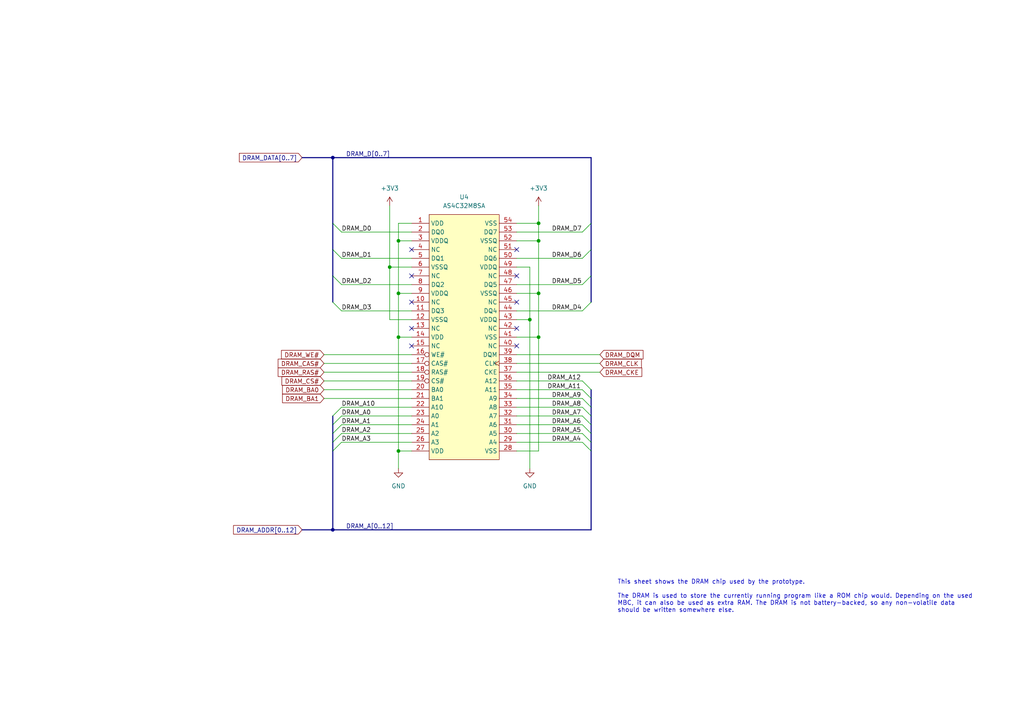
<source format=kicad_sch>
(kicad_sch (version 20211123) (generator eeschema)

  (uuid 4f6560d1-6240-4a4e-9298-692f5b8380c3)

  (paper "A4")

  (title_block
    (title "DRAM")
  )

  (lib_symbols
    (symbol "Memory_RAM:AS4C32M8SA" (in_bom yes) (on_board yes)
      (property "Reference" "U?" (id 0) (at 10.16 3.81 0)
        (effects (font (size 1.27 1.27)))
      )
      (property "Value" "AS4C32M8SA" (id 1) (at 10.16 1.27 0)
        (effects (font (size 1.27 1.27)))
      )
      (property "Footprint" "" (id 2) (at 0 10.16 0)
        (effects (font (size 1.27 1.27)) hide)
      )
      (property "Datasheet" "https://nl.mouser.com/datasheet/2/12/AllianceMemory_256M_AS4C32M8SA-6TIN-7TCN_June2017v-1288453.pdf" (id 3) (at 0 10.16 0)
        (effects (font (size 1.27 1.27)) hide)
      )
      (symbol "AS4C32M8SA_0_1"
        (rectangle (start 0 0) (end 20.32 -71.12)
          (stroke (width 0) (type default) (color 0 0 0 0))
          (fill (type background))
        )
      )
      (symbol "AS4C32M8SA_1_1"
        (pin power_in line (at -5.08 -2.54 0) (length 5.08)
          (name "VDD" (effects (font (size 1.27 1.27))))
          (number "1" (effects (font (size 1.27 1.27))))
        )
        (pin free line (at -5.08 -25.4 0) (length 5.08)
          (name "NC" (effects (font (size 1.27 1.27))))
          (number "10" (effects (font (size 1.27 1.27))))
        )
        (pin bidirectional line (at -5.08 -27.94 0) (length 5.08)
          (name "DQ3" (effects (font (size 1.27 1.27))))
          (number "11" (effects (font (size 1.27 1.27))))
        )
        (pin power_in line (at -5.08 -30.48 0) (length 5.08)
          (name "VSSQ" (effects (font (size 1.27 1.27))))
          (number "12" (effects (font (size 1.27 1.27))))
        )
        (pin free line (at -5.08 -33.02 0) (length 5.08)
          (name "NC" (effects (font (size 1.27 1.27))))
          (number "13" (effects (font (size 1.27 1.27))))
        )
        (pin power_in line (at -5.08 -35.56 0) (length 5.08)
          (name "VDD" (effects (font (size 1.27 1.27))))
          (number "14" (effects (font (size 1.27 1.27))))
        )
        (pin free line (at -5.08 -38.1 0) (length 5.08)
          (name "NC" (effects (font (size 1.27 1.27))))
          (number "15" (effects (font (size 1.27 1.27))))
        )
        (pin input inverted (at -5.08 -40.64 0) (length 5.08)
          (name "WE#" (effects (font (size 1.27 1.27))))
          (number "16" (effects (font (size 1.27 1.27))))
        )
        (pin input inverted (at -5.08 -43.18 0) (length 5.08)
          (name "CAS#" (effects (font (size 1.27 1.27))))
          (number "17" (effects (font (size 1.27 1.27))))
        )
        (pin input inverted (at -5.08 -45.72 0) (length 5.08)
          (name "RAS#" (effects (font (size 1.27 1.27))))
          (number "18" (effects (font (size 1.27 1.27))))
        )
        (pin input inverted (at -5.08 -48.26 0) (length 5.08)
          (name "CS#" (effects (font (size 1.27 1.27))))
          (number "19" (effects (font (size 1.27 1.27))))
        )
        (pin bidirectional line (at -5.08 -5.08 0) (length 5.08)
          (name "DQ0" (effects (font (size 1.27 1.27))))
          (number "2" (effects (font (size 1.27 1.27))))
        )
        (pin input line (at -5.08 -50.8 0) (length 5.08)
          (name "BA0" (effects (font (size 1.27 1.27))))
          (number "20" (effects (font (size 1.27 1.27))))
        )
        (pin input line (at -5.08 -53.34 0) (length 5.08)
          (name "BA1" (effects (font (size 1.27 1.27))))
          (number "21" (effects (font (size 1.27 1.27))))
        )
        (pin input line (at -5.08 -55.88 0) (length 5.08)
          (name "A10" (effects (font (size 1.27 1.27))))
          (number "22" (effects (font (size 1.27 1.27))))
        )
        (pin input line (at -5.08 -58.42 0) (length 5.08)
          (name "A0" (effects (font (size 1.27 1.27))))
          (number "23" (effects (font (size 1.27 1.27))))
        )
        (pin input line (at -5.08 -60.96 0) (length 5.08)
          (name "A1" (effects (font (size 1.27 1.27))))
          (number "24" (effects (font (size 1.27 1.27))))
        )
        (pin input line (at -5.08 -63.5 0) (length 5.08)
          (name "A2" (effects (font (size 1.27 1.27))))
          (number "25" (effects (font (size 1.27 1.27))))
        )
        (pin input line (at -5.08 -66.04 0) (length 5.08)
          (name "A3" (effects (font (size 1.27 1.27))))
          (number "26" (effects (font (size 1.27 1.27))))
        )
        (pin power_in line (at -5.08 -68.58 0) (length 5.08)
          (name "VDD" (effects (font (size 1.27 1.27))))
          (number "27" (effects (font (size 1.27 1.27))))
        )
        (pin power_in line (at 25.4 -68.58 180) (length 5.08)
          (name "VSS" (effects (font (size 1.27 1.27))))
          (number "28" (effects (font (size 1.27 1.27))))
        )
        (pin input line (at 25.4 -66.04 180) (length 5.08)
          (name "A4" (effects (font (size 1.27 1.27))))
          (number "29" (effects (font (size 1.27 1.27))))
        )
        (pin power_in line (at -5.08 -7.62 0) (length 5.08)
          (name "VDDQ" (effects (font (size 1.27 1.27))))
          (number "3" (effects (font (size 1.27 1.27))))
        )
        (pin input line (at 25.4 -63.5 180) (length 5.08)
          (name "A5" (effects (font (size 1.27 1.27))))
          (number "30" (effects (font (size 1.27 1.27))))
        )
        (pin input line (at 25.4 -60.96 180) (length 5.08)
          (name "A6" (effects (font (size 1.27 1.27))))
          (number "31" (effects (font (size 1.27 1.27))))
        )
        (pin input line (at 25.4 -58.42 180) (length 5.08)
          (name "A7" (effects (font (size 1.27 1.27))))
          (number "32" (effects (font (size 1.27 1.27))))
        )
        (pin input line (at 25.4 -55.88 180) (length 5.08)
          (name "A8" (effects (font (size 1.27 1.27))))
          (number "33" (effects (font (size 1.27 1.27))))
        )
        (pin input line (at 25.4 -53.34 180) (length 5.08)
          (name "A9" (effects (font (size 1.27 1.27))))
          (number "34" (effects (font (size 1.27 1.27))))
        )
        (pin input line (at 25.4 -50.8 180) (length 5.08)
          (name "A11" (effects (font (size 1.27 1.27))))
          (number "35" (effects (font (size 1.27 1.27))))
        )
        (pin input line (at 25.4 -48.26 180) (length 5.08)
          (name "A12" (effects (font (size 1.27 1.27))))
          (number "36" (effects (font (size 1.27 1.27))))
        )
        (pin input line (at 25.4 -45.72 180) (length 5.08)
          (name "CKE" (effects (font (size 1.27 1.27))))
          (number "37" (effects (font (size 1.27 1.27))))
        )
        (pin input clock (at 25.4 -43.18 180) (length 5.08)
          (name "CLK" (effects (font (size 1.27 1.27))))
          (number "38" (effects (font (size 1.27 1.27))))
        )
        (pin input line (at 25.4 -40.64 180) (length 5.08)
          (name "DQM" (effects (font (size 1.27 1.27))))
          (number "39" (effects (font (size 1.27 1.27))))
        )
        (pin free line (at -5.08 -10.16 0) (length 5.08)
          (name "NC" (effects (font (size 1.27 1.27))))
          (number "4" (effects (font (size 1.27 1.27))))
        )
        (pin free line (at 25.4 -38.1 180) (length 5.08)
          (name "NC" (effects (font (size 1.27 1.27))))
          (number "40" (effects (font (size 1.27 1.27))))
        )
        (pin power_in line (at 25.4 -35.56 180) (length 5.08)
          (name "VSS" (effects (font (size 1.27 1.27))))
          (number "41" (effects (font (size 1.27 1.27))))
        )
        (pin free line (at 25.4 -33.02 180) (length 5.08)
          (name "NC" (effects (font (size 1.27 1.27))))
          (number "42" (effects (font (size 1.27 1.27))))
        )
        (pin power_in line (at 25.4 -30.48 180) (length 5.08)
          (name "VDDQ" (effects (font (size 1.27 1.27))))
          (number "43" (effects (font (size 1.27 1.27))))
        )
        (pin bidirectional line (at 25.4 -27.94 180) (length 5.08)
          (name "DQ4" (effects (font (size 1.27 1.27))))
          (number "44" (effects (font (size 1.27 1.27))))
        )
        (pin free line (at 25.4 -25.4 180) (length 5.08)
          (name "NC" (effects (font (size 1.27 1.27))))
          (number "45" (effects (font (size 1.27 1.27))))
        )
        (pin power_in line (at 25.4 -22.86 180) (length 5.08)
          (name "VSSQ" (effects (font (size 1.27 1.27))))
          (number "46" (effects (font (size 1.27 1.27))))
        )
        (pin bidirectional line (at 25.4 -20.32 180) (length 5.08)
          (name "DQ5" (effects (font (size 1.27 1.27))))
          (number "47" (effects (font (size 1.27 1.27))))
        )
        (pin free line (at 25.4 -17.78 180) (length 5.08)
          (name "NC" (effects (font (size 1.27 1.27))))
          (number "48" (effects (font (size 1.27 1.27))))
        )
        (pin power_in line (at 25.4 -15.24 180) (length 5.08)
          (name "VDDQ" (effects (font (size 1.27 1.27))))
          (number "49" (effects (font (size 1.27 1.27))))
        )
        (pin bidirectional line (at -5.08 -12.7 0) (length 5.08)
          (name "DQ1" (effects (font (size 1.27 1.27))))
          (number "5" (effects (font (size 1.27 1.27))))
        )
        (pin bidirectional line (at 25.4 -12.7 180) (length 5.08)
          (name "DQ6" (effects (font (size 1.27 1.27))))
          (number "50" (effects (font (size 1.27 1.27))))
        )
        (pin free line (at 25.4 -10.16 180) (length 5.08)
          (name "NC" (effects (font (size 1.27 1.27))))
          (number "51" (effects (font (size 1.27 1.27))))
        )
        (pin power_in line (at 25.4 -7.62 180) (length 5.08)
          (name "VSSQ" (effects (font (size 1.27 1.27))))
          (number "52" (effects (font (size 1.27 1.27))))
        )
        (pin bidirectional line (at 25.4 -5.08 180) (length 5.08)
          (name "DQ7" (effects (font (size 1.27 1.27))))
          (number "53" (effects (font (size 1.27 1.27))))
        )
        (pin power_in line (at 25.4 -2.54 180) (length 5.08)
          (name "VSS" (effects (font (size 1.27 1.27))))
          (number "54" (effects (font (size 1.27 1.27))))
        )
        (pin power_in line (at -5.08 -15.24 0) (length 5.08)
          (name "VSSQ" (effects (font (size 1.27 1.27))))
          (number "6" (effects (font (size 1.27 1.27))))
        )
        (pin free line (at -5.08 -17.78 0) (length 5.08)
          (name "NC" (effects (font (size 1.27 1.27))))
          (number "7" (effects (font (size 1.27 1.27))))
        )
        (pin bidirectional line (at -5.08 -20.32 0) (length 5.08)
          (name "DQ2" (effects (font (size 1.27 1.27))))
          (number "8" (effects (font (size 1.27 1.27))))
        )
        (pin power_in line (at -5.08 -22.86 0) (length 5.08)
          (name "VDDQ" (effects (font (size 1.27 1.27))))
          (number "9" (effects (font (size 1.27 1.27))))
        )
      )
    )
    (symbol "power:+3V3" (power) (pin_names (offset 0)) (in_bom yes) (on_board yes)
      (property "Reference" "#PWR" (id 0) (at 0 -3.81 0)
        (effects (font (size 1.27 1.27)) hide)
      )
      (property "Value" "+3V3" (id 1) (at 0 3.556 0)
        (effects (font (size 1.27 1.27)))
      )
      (property "Footprint" "" (id 2) (at 0 0 0)
        (effects (font (size 1.27 1.27)) hide)
      )
      (property "Datasheet" "" (id 3) (at 0 0 0)
        (effects (font (size 1.27 1.27)) hide)
      )
      (property "ki_keywords" "power-flag" (id 4) (at 0 0 0)
        (effects (font (size 1.27 1.27)) hide)
      )
      (property "ki_description" "Power symbol creates a global label with name \"+3V3\"" (id 5) (at 0 0 0)
        (effects (font (size 1.27 1.27)) hide)
      )
      (symbol "+3V3_0_1"
        (polyline
          (pts
            (xy -0.762 1.27)
            (xy 0 2.54)
          )
          (stroke (width 0) (type default) (color 0 0 0 0))
          (fill (type none))
        )
        (polyline
          (pts
            (xy 0 0)
            (xy 0 2.54)
          )
          (stroke (width 0) (type default) (color 0 0 0 0))
          (fill (type none))
        )
        (polyline
          (pts
            (xy 0 2.54)
            (xy 0.762 1.27)
          )
          (stroke (width 0) (type default) (color 0 0 0 0))
          (fill (type none))
        )
      )
      (symbol "+3V3_1_1"
        (pin power_in line (at 0 0 90) (length 0) hide
          (name "+3V3" (effects (font (size 1.27 1.27))))
          (number "1" (effects (font (size 1.27 1.27))))
        )
      )
    )
    (symbol "power:GND" (power) (pin_names (offset 0)) (in_bom yes) (on_board yes)
      (property "Reference" "#PWR" (id 0) (at 0 -6.35 0)
        (effects (font (size 1.27 1.27)) hide)
      )
      (property "Value" "GND" (id 1) (at 0 -3.81 0)
        (effects (font (size 1.27 1.27)))
      )
      (property "Footprint" "" (id 2) (at 0 0 0)
        (effects (font (size 1.27 1.27)) hide)
      )
      (property "Datasheet" "" (id 3) (at 0 0 0)
        (effects (font (size 1.27 1.27)) hide)
      )
      (property "ki_keywords" "power-flag" (id 4) (at 0 0 0)
        (effects (font (size 1.27 1.27)) hide)
      )
      (property "ki_description" "Power symbol creates a global label with name \"GND\" , ground" (id 5) (at 0 0 0)
        (effects (font (size 1.27 1.27)) hide)
      )
      (symbol "GND_0_1"
        (polyline
          (pts
            (xy 0 0)
            (xy 0 -1.27)
            (xy 1.27 -1.27)
            (xy 0 -2.54)
            (xy -1.27 -1.27)
            (xy 0 -1.27)
          )
          (stroke (width 0) (type default) (color 0 0 0 0))
          (fill (type none))
        )
      )
      (symbol "GND_1_1"
        (pin power_in line (at 0 0 270) (length 0) hide
          (name "GND" (effects (font (size 1.27 1.27))))
          (number "1" (effects (font (size 1.27 1.27))))
        )
      )
    )
  )

  (junction (at 96.52 153.67) (diameter 0) (color 0 0 0 0)
    (uuid 088fc895-4c8b-428a-9239-792e98a96b57)
  )
  (junction (at 113.03 77.47) (diameter 0) (color 0 0 0 0)
    (uuid 0f9a1432-0f84-44d6-b78f-b4dba018043b)
  )
  (junction (at 115.57 69.85) (diameter 0) (color 0 0 0 0)
    (uuid 3c4f94fb-a43e-4383-9bfc-3e7bd6a17103)
  )
  (junction (at 156.21 85.09) (diameter 0) (color 0 0 0 0)
    (uuid 70414658-c2ae-4d63-8d58-9720c0a3e2f5)
  )
  (junction (at 96.52 45.72) (diameter 0) (color 0 0 0 0)
    (uuid 90b8d7a2-aaf4-4ae0-b1c8-7460c9913f5a)
  )
  (junction (at 115.57 130.81) (diameter 0) (color 0 0 0 0)
    (uuid ae7e768f-5fe4-4406-a683-8d0ed5da5801)
  )
  (junction (at 115.57 85.09) (diameter 0) (color 0 0 0 0)
    (uuid b8c26ade-4508-445b-b474-725578ee2469)
  )
  (junction (at 115.57 97.79) (diameter 0) (color 0 0 0 0)
    (uuid d550e35a-4316-4854-a847-b75430b70992)
  )
  (junction (at 156.21 97.79) (diameter 0) (color 0 0 0 0)
    (uuid e7a12185-bf60-4c9f-97e1-322733ef525b)
  )
  (junction (at 156.21 64.77) (diameter 0) (color 0 0 0 0)
    (uuid ea876072-0328-47b6-80c4-61a67a8825fc)
  )
  (junction (at 153.67 92.71) (diameter 0) (color 0 0 0 0)
    (uuid ed41ea06-3f94-44e1-8fa8-412a58826f76)
  )
  (junction (at 156.21 69.85) (diameter 0) (color 0 0 0 0)
    (uuid ef544411-a9c6-497f-b2e2-67d7a23a1e17)
  )

  (no_connect (at 119.38 87.63) (uuid 314c5d09-7274-4d43-b9f0-069ed6f8d5de))
  (no_connect (at 119.38 95.25) (uuid 314c5d09-7274-4d43-b9f0-069ed6f8d5df))
  (no_connect (at 119.38 100.33) (uuid 314c5d09-7274-4d43-b9f0-069ed6f8d5e0))
  (no_connect (at 149.86 100.33) (uuid 314c5d09-7274-4d43-b9f0-069ed6f8d5e1))
  (no_connect (at 149.86 95.25) (uuid 314c5d09-7274-4d43-b9f0-069ed6f8d5e2))
  (no_connect (at 149.86 87.63) (uuid 314c5d09-7274-4d43-b9f0-069ed6f8d5e3))
  (no_connect (at 149.86 80.01) (uuid 314c5d09-7274-4d43-b9f0-069ed6f8d5e4))
  (no_connect (at 149.86 72.39) (uuid 314c5d09-7274-4d43-b9f0-069ed6f8d5e5))
  (no_connect (at 119.38 72.39) (uuid 314c5d09-7274-4d43-b9f0-069ed6f8d5e6))
  (no_connect (at 119.38 80.01) (uuid 314c5d09-7274-4d43-b9f0-069ed6f8d5e7))

  (bus_entry (at 99.06 90.17) (size -2.54 -2.54)
    (stroke (width 0) (type default) (color 0 0 0 0))
    (uuid a49650a1-beb5-4a79-848a-95ef8b0a5393)
  )
  (bus_entry (at 168.91 74.93) (size 2.54 -2.54)
    (stroke (width 0) (type default) (color 0 0 0 0))
    (uuid a49650a1-beb5-4a79-848a-95ef8b0a5394)
  )
  (bus_entry (at 168.91 67.31) (size 2.54 -2.54)
    (stroke (width 0) (type default) (color 0 0 0 0))
    (uuid a49650a1-beb5-4a79-848a-95ef8b0a5395)
  )
  (bus_entry (at 168.91 90.17) (size 2.54 -2.54)
    (stroke (width 0) (type default) (color 0 0 0 0))
    (uuid a49650a1-beb5-4a79-848a-95ef8b0a5396)
  )
  (bus_entry (at 168.91 82.55) (size 2.54 -2.54)
    (stroke (width 0) (type default) (color 0 0 0 0))
    (uuid a49650a1-beb5-4a79-848a-95ef8b0a5397)
  )
  (bus_entry (at 99.06 74.93) (size -2.54 -2.54)
    (stroke (width 0) (type default) (color 0 0 0 0))
    (uuid a49650a1-beb5-4a79-848a-95ef8b0a5398)
  )
  (bus_entry (at 99.06 82.55) (size -2.54 -2.54)
    (stroke (width 0) (type default) (color 0 0 0 0))
    (uuid a49650a1-beb5-4a79-848a-95ef8b0a5399)
  )
  (bus_entry (at 99.06 67.31) (size -2.54 -2.54)
    (stroke (width 0) (type default) (color 0 0 0 0))
    (uuid a49650a1-beb5-4a79-848a-95ef8b0a539a)
  )
  (bus_entry (at 99.06 125.73) (size -2.54 2.54)
    (stroke (width 0) (type default) (color 0 0 0 0))
    (uuid bd268b47-dcc4-4520-a0c2-8da3dc25db6c)
  )
  (bus_entry (at 99.06 118.11) (size -2.54 2.54)
    (stroke (width 0) (type default) (color 0 0 0 0))
    (uuid bd268b47-dcc4-4520-a0c2-8da3dc25db6d)
  )
  (bus_entry (at 99.06 120.65) (size -2.54 2.54)
    (stroke (width 0) (type default) (color 0 0 0 0))
    (uuid bd268b47-dcc4-4520-a0c2-8da3dc25db6e)
  )
  (bus_entry (at 99.06 123.19) (size -2.54 2.54)
    (stroke (width 0) (type default) (color 0 0 0 0))
    (uuid bd268b47-dcc4-4520-a0c2-8da3dc25db6f)
  )
  (bus_entry (at 99.06 128.27) (size -2.54 2.54)
    (stroke (width 0) (type default) (color 0 0 0 0))
    (uuid bd268b47-dcc4-4520-a0c2-8da3dc25db70)
  )
  (bus_entry (at 168.91 110.49) (size 2.54 2.54)
    (stroke (width 0) (type default) (color 0 0 0 0))
    (uuid bd268b47-dcc4-4520-a0c2-8da3dc25db71)
  )
  (bus_entry (at 168.91 120.65) (size 2.54 2.54)
    (stroke (width 0) (type default) (color 0 0 0 0))
    (uuid bd268b47-dcc4-4520-a0c2-8da3dc25db72)
  )
  (bus_entry (at 168.91 118.11) (size 2.54 2.54)
    (stroke (width 0) (type default) (color 0 0 0 0))
    (uuid bd268b47-dcc4-4520-a0c2-8da3dc25db73)
  )
  (bus_entry (at 168.91 128.27) (size 2.54 2.54)
    (stroke (width 0) (type default) (color 0 0 0 0))
    (uuid bd268b47-dcc4-4520-a0c2-8da3dc25db74)
  )
  (bus_entry (at 168.91 125.73) (size 2.54 2.54)
    (stroke (width 0) (type default) (color 0 0 0 0))
    (uuid bd268b47-dcc4-4520-a0c2-8da3dc25db75)
  )
  (bus_entry (at 168.91 115.57) (size 2.54 2.54)
    (stroke (width 0) (type default) (color 0 0 0 0))
    (uuid bd268b47-dcc4-4520-a0c2-8da3dc25db76)
  )
  (bus_entry (at 168.91 123.19) (size 2.54 2.54)
    (stroke (width 0) (type default) (color 0 0 0 0))
    (uuid bd268b47-dcc4-4520-a0c2-8da3dc25db77)
  )
  (bus_entry (at 168.91 113.03) (size 2.54 2.54)
    (stroke (width 0) (type default) (color 0 0 0 0))
    (uuid bd268b47-dcc4-4520-a0c2-8da3dc25db78)
  )

  (bus (pts (xy 171.45 123.19) (xy 171.45 125.73))
    (stroke (width 0) (type default) (color 0 0 0 0))
    (uuid 039c452d-7bca-4832-8233-3318a700580f)
  )

  (wire (pts (xy 149.86 110.49) (xy 168.91 110.49))
    (stroke (width 0) (type default) (color 0 0 0 0))
    (uuid 056304bc-2d18-4a40-af1c-7ccc02b93a01)
  )
  (wire (pts (xy 156.21 69.85) (xy 156.21 64.77))
    (stroke (width 0) (type default) (color 0 0 0 0))
    (uuid 060010f1-a6ce-4939-8e36-eed9674f04b0)
  )
  (bus (pts (xy 171.45 128.27) (xy 171.45 130.81))
    (stroke (width 0) (type default) (color 0 0 0 0))
    (uuid 0e3abc32-2d14-42e4-857f-ef53114bfb27)
  )

  (wire (pts (xy 156.21 69.85) (xy 156.21 85.09))
    (stroke (width 0) (type default) (color 0 0 0 0))
    (uuid 12fc6c94-244e-4309-a658-ac1a16ed1c37)
  )
  (wire (pts (xy 93.98 107.95) (xy 119.38 107.95))
    (stroke (width 0) (type default) (color 0 0 0 0))
    (uuid 1750af79-62f9-4cb8-8e1b-7892d9093931)
  )
  (bus (pts (xy 96.52 153.67) (xy 87.63 153.67))
    (stroke (width 0) (type default) (color 0 0 0 0))
    (uuid 19702f96-9d96-408f-988b-74bcf3be883c)
  )

  (wire (pts (xy 115.57 97.79) (xy 119.38 97.79))
    (stroke (width 0) (type default) (color 0 0 0 0))
    (uuid 1b61438c-6744-49b4-912b-18dbb5789804)
  )
  (wire (pts (xy 99.06 118.11) (xy 119.38 118.11))
    (stroke (width 0) (type default) (color 0 0 0 0))
    (uuid 1edf7028-7208-413b-936a-b397ba2aa566)
  )
  (bus (pts (xy 171.45 80.01) (xy 171.45 72.39))
    (stroke (width 0) (type default) (color 0 0 0 0))
    (uuid 31684901-e867-4cb1-bf1c-de349d6ebc22)
  )
  (bus (pts (xy 96.52 45.72) (xy 171.45 45.72))
    (stroke (width 0) (type default) (color 0 0 0 0))
    (uuid 325703ee-b25f-42e3-9d84-42b0ee0366c6)
  )
  (bus (pts (xy 171.45 87.63) (xy 171.45 80.01))
    (stroke (width 0) (type default) (color 0 0 0 0))
    (uuid 32e7de03-245b-41b5-9357-34394daf4c64)
  )

  (wire (pts (xy 113.03 77.47) (xy 119.38 77.47))
    (stroke (width 0) (type default) (color 0 0 0 0))
    (uuid 481b6e05-92e2-432c-bea9-8d9650908098)
  )
  (wire (pts (xy 149.86 77.47) (xy 153.67 77.47))
    (stroke (width 0) (type default) (color 0 0 0 0))
    (uuid 48bd8dcd-3f3a-47b9-ab26-8928ecf740c5)
  )
  (bus (pts (xy 96.52 125.73) (xy 96.52 128.27))
    (stroke (width 0) (type default) (color 0 0 0 0))
    (uuid 515b0763-6f12-4948-9e3b-8133b41330ec)
  )

  (wire (pts (xy 113.03 77.47) (xy 113.03 59.69))
    (stroke (width 0) (type default) (color 0 0 0 0))
    (uuid 520d76de-a95d-4eb0-ac3f-ca33524f0bd9)
  )
  (bus (pts (xy 171.45 120.65) (xy 171.45 123.19))
    (stroke (width 0) (type default) (color 0 0 0 0))
    (uuid 5487ccfe-ff9e-42ec-be2c-51ec1e7a71b3)
  )

  (wire (pts (xy 99.06 128.27) (xy 119.38 128.27))
    (stroke (width 0) (type default) (color 0 0 0 0))
    (uuid 548921a2-0d20-4738-8f8a-47669ba92295)
  )
  (bus (pts (xy 171.45 153.67) (xy 96.52 153.67))
    (stroke (width 0) (type default) (color 0 0 0 0))
    (uuid 55d83675-e319-42b5-b6ca-4555a06fe761)
  )
  (bus (pts (xy 96.52 120.65) (xy 96.52 123.19))
    (stroke (width 0) (type default) (color 0 0 0 0))
    (uuid 65103362-0761-4e43-a302-6104fbfc5eaf)
  )

  (wire (pts (xy 153.67 77.47) (xy 153.67 92.71))
    (stroke (width 0) (type default) (color 0 0 0 0))
    (uuid 654305f5-36a6-4925-a945-df395930c601)
  )
  (wire (pts (xy 115.57 130.81) (xy 115.57 135.89))
    (stroke (width 0) (type default) (color 0 0 0 0))
    (uuid 6b2131c2-e42e-4e7a-9f2b-085ef0f4f748)
  )
  (wire (pts (xy 149.86 120.65) (xy 168.91 120.65))
    (stroke (width 0) (type default) (color 0 0 0 0))
    (uuid 6bda8811-e924-4891-b51a-60b69d98c369)
  )
  (wire (pts (xy 149.86 102.87) (xy 173.99 102.87))
    (stroke (width 0) (type default) (color 0 0 0 0))
    (uuid 71cee29a-466c-463e-b2f4-548a95c0066f)
  )
  (bus (pts (xy 96.52 87.63) (xy 96.52 80.01))
    (stroke (width 0) (type default) (color 0 0 0 0))
    (uuid 747c390d-8efd-4b33-a085-2ee8626ad36e)
  )

  (wire (pts (xy 93.98 113.03) (xy 119.38 113.03))
    (stroke (width 0) (type default) (color 0 0 0 0))
    (uuid 750fd018-c1db-43dd-8ba8-2d53a0d4e609)
  )
  (bus (pts (xy 96.52 72.39) (xy 96.52 64.77))
    (stroke (width 0) (type default) (color 0 0 0 0))
    (uuid 777f94e6-5ac9-408a-89a2-8d2b176b2e72)
  )

  (wire (pts (xy 99.06 74.93) (xy 119.38 74.93))
    (stroke (width 0) (type default) (color 0 0 0 0))
    (uuid 7c26005b-c33f-4608-8446-7530e0ac78b2)
  )
  (wire (pts (xy 115.57 69.85) (xy 119.38 69.85))
    (stroke (width 0) (type default) (color 0 0 0 0))
    (uuid 7eb271ca-ee15-4d29-88f8-5a39df002d24)
  )
  (wire (pts (xy 153.67 92.71) (xy 153.67 135.89))
    (stroke (width 0) (type default) (color 0 0 0 0))
    (uuid 7ed5655a-9984-469f-a8b1-cb32482d1a94)
  )
  (wire (pts (xy 149.86 69.85) (xy 156.21 69.85))
    (stroke (width 0) (type default) (color 0 0 0 0))
    (uuid 7fa719d5-4265-4d0e-bab9-a8d203e6eeda)
  )
  (wire (pts (xy 149.86 128.27) (xy 168.91 128.27))
    (stroke (width 0) (type default) (color 0 0 0 0))
    (uuid 803bb510-ae04-4c30-a160-cf94560bddcc)
  )
  (wire (pts (xy 149.86 130.81) (xy 156.21 130.81))
    (stroke (width 0) (type default) (color 0 0 0 0))
    (uuid 88951d72-625c-4b95-8c7b-91f65a91386b)
  )
  (wire (pts (xy 99.06 90.17) (xy 119.38 90.17))
    (stroke (width 0) (type default) (color 0 0 0 0))
    (uuid 8cd2c63d-de37-419f-8b19-b8659808020b)
  )
  (wire (pts (xy 115.57 97.79) (xy 115.57 130.81))
    (stroke (width 0) (type default) (color 0 0 0 0))
    (uuid 8d29ceef-c9b9-466b-b6f9-4f8bddefd5d2)
  )
  (wire (pts (xy 115.57 69.85) (xy 115.57 85.09))
    (stroke (width 0) (type default) (color 0 0 0 0))
    (uuid 8deb7a34-15c3-4920-9261-605f9c0e2b24)
  )
  (wire (pts (xy 119.38 130.81) (xy 115.57 130.81))
    (stroke (width 0) (type default) (color 0 0 0 0))
    (uuid 9462db51-2998-4273-8748-e729cd7af487)
  )
  (wire (pts (xy 99.06 67.31) (xy 119.38 67.31))
    (stroke (width 0) (type default) (color 0 0 0 0))
    (uuid 95efe53a-0e61-413b-bf34-aa7232e30870)
  )
  (wire (pts (xy 149.86 85.09) (xy 156.21 85.09))
    (stroke (width 0) (type default) (color 0 0 0 0))
    (uuid 961fc861-70f6-4988-84dc-64d085ac976e)
  )
  (wire (pts (xy 156.21 64.77) (xy 156.21 59.69))
    (stroke (width 0) (type default) (color 0 0 0 0))
    (uuid 9959e1a0-fc01-4487-b976-9fc63650deaa)
  )
  (bus (pts (xy 87.63 45.72) (xy 96.52 45.72))
    (stroke (width 0) (type default) (color 0 0 0 0))
    (uuid 9bd199e6-bdc4-4884-9655-765abb687033)
  )
  (bus (pts (xy 171.45 115.57) (xy 171.45 118.11))
    (stroke (width 0) (type default) (color 0 0 0 0))
    (uuid a07d9382-ceb8-4609-899b-603fd4cab096)
  )

  (wire (pts (xy 99.06 125.73) (xy 119.38 125.73))
    (stroke (width 0) (type default) (color 0 0 0 0))
    (uuid a0ee2884-51a1-48ba-915c-00af027e91c6)
  )
  (wire (pts (xy 99.06 123.19) (xy 119.38 123.19))
    (stroke (width 0) (type default) (color 0 0 0 0))
    (uuid a2114fb9-71b1-42a8-87a3-ad5354457026)
  )
  (wire (pts (xy 149.86 82.55) (xy 168.91 82.55))
    (stroke (width 0) (type default) (color 0 0 0 0))
    (uuid a3f1a570-c24b-4c92-91f5-a3db29ff0d42)
  )
  (bus (pts (xy 96.52 80.01) (xy 96.52 72.39))
    (stroke (width 0) (type default) (color 0 0 0 0))
    (uuid a57f9d22-a545-4f00-894e-18000aef4f7f)
  )

  (wire (pts (xy 115.57 85.09) (xy 115.57 97.79))
    (stroke (width 0) (type default) (color 0 0 0 0))
    (uuid a984040e-0554-41b6-bb51-54845d02845f)
  )
  (wire (pts (xy 119.38 64.77) (xy 115.57 64.77))
    (stroke (width 0) (type default) (color 0 0 0 0))
    (uuid a9ccb533-f004-4f0e-85b6-fc4a979f28e1)
  )
  (wire (pts (xy 149.86 97.79) (xy 156.21 97.79))
    (stroke (width 0) (type default) (color 0 0 0 0))
    (uuid aa250456-f5c9-43d9-bca6-340832834554)
  )
  (bus (pts (xy 171.45 113.03) (xy 171.45 115.57))
    (stroke (width 0) (type default) (color 0 0 0 0))
    (uuid aa76c3ef-d2dc-4693-91be-51c32884f589)
  )

  (wire (pts (xy 149.86 64.77) (xy 156.21 64.77))
    (stroke (width 0) (type default) (color 0 0 0 0))
    (uuid afbd8f2a-9d5f-4785-9e4d-8d962832b4f3)
  )
  (bus (pts (xy 96.52 64.77) (xy 96.52 45.72))
    (stroke (width 0) (type default) (color 0 0 0 0))
    (uuid b1bc8809-bc31-447c-859b-e78df136ada9)
  )

  (wire (pts (xy 149.86 90.17) (xy 168.91 90.17))
    (stroke (width 0) (type default) (color 0 0 0 0))
    (uuid b5be3fb3-e9a3-437a-b8d4-2ead3475f566)
  )
  (wire (pts (xy 149.86 123.19) (xy 168.91 123.19))
    (stroke (width 0) (type default) (color 0 0 0 0))
    (uuid b9b31394-2534-4bb1-824d-5bf46bcccc99)
  )
  (wire (pts (xy 93.98 110.49) (xy 119.38 110.49))
    (stroke (width 0) (type default) (color 0 0 0 0))
    (uuid baa49600-4344-4941-8f42-cf77100138a5)
  )
  (wire (pts (xy 149.86 92.71) (xy 153.67 92.71))
    (stroke (width 0) (type default) (color 0 0 0 0))
    (uuid be2f28c4-f60a-43f3-83d2-b4d1768c640f)
  )
  (wire (pts (xy 115.57 64.77) (xy 115.57 69.85))
    (stroke (width 0) (type default) (color 0 0 0 0))
    (uuid c04d29c9-9373-4fe9-9914-ea5ee695209b)
  )
  (bus (pts (xy 96.52 130.81) (xy 96.52 153.67))
    (stroke (width 0) (type default) (color 0 0 0 0))
    (uuid c125d8d1-cfb0-44b0-871f-4958e81127aa)
  )

  (wire (pts (xy 93.98 115.57) (xy 119.38 115.57))
    (stroke (width 0) (type default) (color 0 0 0 0))
    (uuid c38ed4a8-de7c-4d89-98d6-f7d9e46b2059)
  )
  (wire (pts (xy 149.86 105.41) (xy 173.99 105.41))
    (stroke (width 0) (type default) (color 0 0 0 0))
    (uuid c672bd6b-7064-4c08-8ee7-ef89fb4369aa)
  )
  (wire (pts (xy 149.86 125.73) (xy 168.91 125.73))
    (stroke (width 0) (type default) (color 0 0 0 0))
    (uuid c81f64a1-3df6-42a6-9b6c-16caeb45424c)
  )
  (wire (pts (xy 149.86 115.57) (xy 168.91 115.57))
    (stroke (width 0) (type default) (color 0 0 0 0))
    (uuid cc74c8ec-f792-4a54-ae00-a2e41d80da02)
  )
  (bus (pts (xy 96.52 123.19) (xy 96.52 125.73))
    (stroke (width 0) (type default) (color 0 0 0 0))
    (uuid d11483ef-28dc-4fe6-aac6-a175653d99bb)
  )

  (wire (pts (xy 93.98 102.87) (xy 119.38 102.87))
    (stroke (width 0) (type default) (color 0 0 0 0))
    (uuid d46056c2-4aba-45d3-ab92-4b47118f3fe5)
  )
  (bus (pts (xy 171.45 72.39) (xy 171.45 64.77))
    (stroke (width 0) (type default) (color 0 0 0 0))
    (uuid d553c862-03d8-42e2-a400-32b5f2ff5e0e)
  )

  (wire (pts (xy 149.86 107.95) (xy 173.99 107.95))
    (stroke (width 0) (type default) (color 0 0 0 0))
    (uuid daaa8b62-310b-493a-9e7c-2eed5b76ca5a)
  )
  (bus (pts (xy 171.45 130.81) (xy 171.45 153.67))
    (stroke (width 0) (type default) (color 0 0 0 0))
    (uuid dcaa2805-7e66-4d32-a7df-c99e4c496f0c)
  )

  (wire (pts (xy 93.98 105.41) (xy 119.38 105.41))
    (stroke (width 0) (type default) (color 0 0 0 0))
    (uuid dccfc776-bd25-478f-b1df-04f698eadcc9)
  )
  (wire (pts (xy 99.06 120.65) (xy 119.38 120.65))
    (stroke (width 0) (type default) (color 0 0 0 0))
    (uuid e10e7fb7-c5fe-4b29-b8df-fa994e163c8b)
  )
  (wire (pts (xy 149.86 118.11) (xy 168.91 118.11))
    (stroke (width 0) (type default) (color 0 0 0 0))
    (uuid e208f2cb-b059-4c6d-9bb4-e4d5f7f4f9fb)
  )
  (wire (pts (xy 99.06 82.55) (xy 119.38 82.55))
    (stroke (width 0) (type default) (color 0 0 0 0))
    (uuid e2251919-9834-44fa-b7d2-4c82978cdb2a)
  )
  (bus (pts (xy 171.45 64.77) (xy 171.45 45.72))
    (stroke (width 0) (type default) (color 0 0 0 0))
    (uuid e4e9fda1-5869-4db3-9bf8-9ca5008a2291)
  )

  (wire (pts (xy 149.86 67.31) (xy 168.91 67.31))
    (stroke (width 0) (type default) (color 0 0 0 0))
    (uuid eaf784bb-9b08-4fd0-af24-78a5027895b0)
  )
  (wire (pts (xy 113.03 92.71) (xy 113.03 77.47))
    (stroke (width 0) (type default) (color 0 0 0 0))
    (uuid ecdf2c83-d1eb-44f9-b7dc-1b671dccf4fa)
  )
  (wire (pts (xy 149.86 74.93) (xy 168.91 74.93))
    (stroke (width 0) (type default) (color 0 0 0 0))
    (uuid eef66e86-2702-4d8c-9bf5-3addabdef7a2)
  )
  (wire (pts (xy 119.38 92.71) (xy 113.03 92.71))
    (stroke (width 0) (type default) (color 0 0 0 0))
    (uuid f00a6372-0ce4-4322-a799-2056dbf990df)
  )
  (bus (pts (xy 96.52 128.27) (xy 96.52 130.81))
    (stroke (width 0) (type default) (color 0 0 0 0))
    (uuid f14aeaf8-685f-4372-9d5d-12d6d2c86dbe)
  )
  (bus (pts (xy 171.45 118.11) (xy 171.45 120.65))
    (stroke (width 0) (type default) (color 0 0 0 0))
    (uuid f249e25e-0e36-4e3a-bdd4-db12d7007351)
  )

  (wire (pts (xy 156.21 85.09) (xy 156.21 97.79))
    (stroke (width 0) (type default) (color 0 0 0 0))
    (uuid f46c7a4d-ed5c-4cb4-b496-5e8cafe170a6)
  )
  (wire (pts (xy 156.21 97.79) (xy 156.21 130.81))
    (stroke (width 0) (type default) (color 0 0 0 0))
    (uuid f71d4cfa-24e5-4234-bde1-3e5252a8a568)
  )
  (bus (pts (xy 171.45 125.73) (xy 171.45 128.27))
    (stroke (width 0) (type default) (color 0 0 0 0))
    (uuid f94bc9a2-f170-461c-9a59-14c1053b1855)
  )

  (wire (pts (xy 115.57 85.09) (xy 119.38 85.09))
    (stroke (width 0) (type default) (color 0 0 0 0))
    (uuid fb62546e-5020-4e06-b740-5797d851c336)
  )
  (wire (pts (xy 149.86 113.03) (xy 168.91 113.03))
    (stroke (width 0) (type default) (color 0 0 0 0))
    (uuid ffb9dadc-ed8a-48d3-995e-ed59da0b18ff)
  )

  (text "This sheet shows the DRAM chip used by the prototype.\n\nThe DRAM is used to store the currently running program like a ROM chip would. Depending on the used\nMBC, it can also be used as extra RAM. The DRAM is not battery-backed, so any non-volatile data\nshould be written somewhere else."
    (at 179.07 177.8 0)
    (effects (font (size 1.27 1.27)) (justify left bottom))
    (uuid 8a946f0d-eacb-4a08-aedc-98283d28d828)
  )

  (label "DRAM_A0" (at 99.06 120.65 0)
    (effects (font (size 1.27 1.27)) (justify left bottom))
    (uuid 048df12a-f5e2-4971-8883-d5c000529c6c)
  )
  (label "DRAM_D5" (at 160.02 82.55 0)
    (effects (font (size 1.27 1.27)) (justify left bottom))
    (uuid 0a77be8f-af2b-4a1e-bcc2-155ae04f4662)
  )
  (label "DRAM_A5" (at 160.02 125.73 0)
    (effects (font (size 1.27 1.27)) (justify left bottom))
    (uuid 111d5b21-06a0-414c-b1f1-e6cf845ed74e)
  )
  (label "DRAM_D4" (at 160.02 90.17 0)
    (effects (font (size 1.27 1.27)) (justify left bottom))
    (uuid 1427e1e8-b45f-43b2-aaa0-36b6673775a6)
  )
  (label "DRAM_A2" (at 99.06 125.73 0)
    (effects (font (size 1.27 1.27)) (justify left bottom))
    (uuid 18ecb291-003c-441b-a5bf-8ee7b654df05)
  )
  (label "DRAM_A12" (at 158.75 110.49 0)
    (effects (font (size 1.27 1.27)) (justify left bottom))
    (uuid 216be891-4156-490a-8874-85d7a87e9b75)
  )
  (label "DRAM_D1" (at 99.06 74.93 0)
    (effects (font (size 1.27 1.27)) (justify left bottom))
    (uuid 3ce421bb-d4cf-4c0c-afbf-085395dcdd63)
  )
  (label "DRAM_A11" (at 158.75 113.03 0)
    (effects (font (size 1.27 1.27)) (justify left bottom))
    (uuid 4249ec9b-b2cb-4aea-870a-92e42275934e)
  )
  (label "DRAM_A4" (at 160.02 128.27 0)
    (effects (font (size 1.27 1.27)) (justify left bottom))
    (uuid 46aafb46-6c30-462c-aba4-4d8204cf6c0e)
  )
  (label "DRAM_D6" (at 160.02 74.93 0)
    (effects (font (size 1.27 1.27)) (justify left bottom))
    (uuid 539d5140-c4b1-4c06-9576-1d36eb59dfc1)
  )
  (label "DRAM_A9" (at 160.02 115.57 0)
    (effects (font (size 1.27 1.27)) (justify left bottom))
    (uuid 6926b69f-4d05-4ab2-9b7d-76180789ced6)
  )
  (label "DRAM_D3" (at 99.06 90.17 0)
    (effects (font (size 1.27 1.27)) (justify left bottom))
    (uuid 78c63501-0e06-4ecb-aca3-82825d4918ac)
  )
  (label "DRAM_A8" (at 160.02 118.11 0)
    (effects (font (size 1.27 1.27)) (justify left bottom))
    (uuid 9570d43a-5a92-4e80-8d21-3bc4173b1ab6)
  )
  (label "DRAM_D7" (at 160.02 67.31 0)
    (effects (font (size 1.27 1.27)) (justify left bottom))
    (uuid ae0d6763-7a05-45ce-b22f-a20ce2cda373)
  )
  (label "DRAM_D0" (at 99.06 67.31 0)
    (effects (font (size 1.27 1.27)) (justify left bottom))
    (uuid afa43a06-0a2d-49bf-acc2-e73598755dfe)
  )
  (label "DRAM_D[0..7]" (at 100.33 45.72 0)
    (effects (font (size 1.27 1.27)) (justify left bottom))
    (uuid b49dd433-e864-466b-8cd1-6701d042cbca)
  )
  (label "DRAM_A10" (at 99.06 118.11 0)
    (effects (font (size 1.27 1.27)) (justify left bottom))
    (uuid b5f77aba-eae6-443c-b703-c3f6ffa7da3b)
  )
  (label "DRAM_A1" (at 99.06 123.19 0)
    (effects (font (size 1.27 1.27)) (justify left bottom))
    (uuid b81d95c5-e465-4853-a292-a9e9b19ecf69)
  )
  (label "DRAM_A3" (at 99.06 128.27 0)
    (effects (font (size 1.27 1.27)) (justify left bottom))
    (uuid bd5e9653-f287-444d-8417-b304036a5cf1)
  )
  (label "DRAM_A[0..12]" (at 100.33 153.67 0)
    (effects (font (size 1.27 1.27)) (justify left bottom))
    (uuid bf086d7a-4938-47d5-b73e-bb916a971d14)
  )
  (label "DRAM_A7" (at 160.02 120.65 0)
    (effects (font (size 1.27 1.27)) (justify left bottom))
    (uuid c1454c24-7b48-478b-84af-0a5bf4eba905)
  )
  (label "DRAM_A6" (at 160.02 123.19 0)
    (effects (font (size 1.27 1.27)) (justify left bottom))
    (uuid cffe1e90-0a7c-4fa4-b2e8-a0976006ae03)
  )
  (label "DRAM_D2" (at 99.06 82.55 0)
    (effects (font (size 1.27 1.27)) (justify left bottom))
    (uuid dac830ca-276b-4968-971f-642a1883c00c)
  )

  (global_label "DRAM_ADDR[0..12]" (shape input) (at 87.63 153.67 180) (fields_autoplaced)
    (effects (font (size 1.27 1.27)) (justify right))
    (uuid 45adc770-c8bb-4d34-bf28-d8ee8c0578c6)
    (property "Intersheet References" "${INTERSHEET_REFS}" (id 0) (at 67.7393 153.5906 0)
      (effects (font (size 1.27 1.27)) (justify right) hide)
    )
  )
  (global_label "DRAM_RAS#" (shape input) (at 93.98 107.95 180) (fields_autoplaced)
    (effects (font (size 1.27 1.27)) (justify right))
    (uuid 62859b65-f93b-489c-9ea6-10f2f06489c9)
    (property "Intersheet References" "${INTERSHEET_REFS}" (id 0) (at 80.6812 107.8706 0)
      (effects (font (size 1.27 1.27)) (justify right) hide)
    )
  )
  (global_label "DRAM_DATA[0..7]" (shape input) (at 87.63 45.72 180) (fields_autoplaced)
    (effects (font (size 1.27 1.27)) (justify right))
    (uuid 798796b9-2b38-4081-b0d3-0c80f3fba241)
    (property "Intersheet References" "${INTERSHEET_REFS}" (id 0) (at 69.4326 45.6406 0)
      (effects (font (size 1.27 1.27)) (justify right) hide)
    )
  )
  (global_label "DRAM_DQM" (shape input) (at 173.99 102.87 0) (fields_autoplaced)
    (effects (font (size 1.27 1.27)) (justify left))
    (uuid 7e218229-d76a-47eb-9071-ba062e3c8611)
    (property "Intersheet References" "${INTERSHEET_REFS}" (id 0) (at 186.5026 102.7906 0)
      (effects (font (size 1.27 1.27)) (justify left) hide)
    )
  )
  (global_label "DRAM_CAS#" (shape input) (at 93.98 105.41 180) (fields_autoplaced)
    (effects (font (size 1.27 1.27)) (justify right))
    (uuid 83eefebd-9829-4353-9440-1fb0e4fe9452)
    (property "Intersheet References" "${INTERSHEET_REFS}" (id 0) (at 80.6812 105.3306 0)
      (effects (font (size 1.27 1.27)) (justify right) hide)
    )
  )
  (global_label "DRAM_WE#" (shape input) (at 93.98 102.87 180) (fields_autoplaced)
    (effects (font (size 1.27 1.27)) (justify right))
    (uuid 869984d7-dde1-4a91-a3e2-1657004a8cb8)
    (property "Intersheet References" "${INTERSHEET_REFS}" (id 0) (at 81.6488 102.7906 0)
      (effects (font (size 1.27 1.27)) (justify right) hide)
    )
  )
  (global_label "DRAM_BA1" (shape input) (at 93.98 115.57 180) (fields_autoplaced)
    (effects (font (size 1.27 1.27)) (justify right))
    (uuid a4eb2a2a-7c97-41ce-a58c-8fd43d4fce43)
    (property "Intersheet References" "${INTERSHEET_REFS}" (id 0) (at 81.9512 115.4906 0)
      (effects (font (size 1.27 1.27)) (justify right) hide)
    )
  )
  (global_label "DRAM_CKE" (shape input) (at 173.99 107.95 0) (fields_autoplaced)
    (effects (font (size 1.27 1.27)) (justify left))
    (uuid a80149bd-d909-4746-acf0-7d92afa2b521)
    (property "Intersheet References" "${INTERSHEET_REFS}" (id 0) (at 186.1398 107.8706 0)
      (effects (font (size 1.27 1.27)) (justify left) hide)
    )
  )
  (global_label "DRAM_BA0" (shape input) (at 93.98 113.03 180) (fields_autoplaced)
    (effects (font (size 1.27 1.27)) (justify right))
    (uuid c6b944e6-da89-45c0-925b-ea1cd3c7d949)
    (property "Intersheet References" "${INTERSHEET_REFS}" (id 0) (at 81.9512 112.9506 0)
      (effects (font (size 1.27 1.27)) (justify right) hide)
    )
  )
  (global_label "DRAM_CS#" (shape input) (at 93.98 110.49 180) (fields_autoplaced)
    (effects (font (size 1.27 1.27)) (justify right))
    (uuid e9c13380-3506-4a9a-859c-9d9733c5bf45)
    (property "Intersheet References" "${INTERSHEET_REFS}" (id 0) (at 81.7698 110.4106 0)
      (effects (font (size 1.27 1.27)) (justify right) hide)
    )
  )
  (global_label "DRAM_CLK" (shape input) (at 173.99 105.41 0) (fields_autoplaced)
    (effects (font (size 1.27 1.27)) (justify left))
    (uuid fbe27375-1ae1-4a1c-9b2c-db5d3c7a8ad3)
    (property "Intersheet References" "${INTERSHEET_REFS}" (id 0) (at 186.0188 105.3306 0)
      (effects (font (size 1.27 1.27)) (justify left) hide)
    )
  )

  (symbol (lib_id "power:GND") (at 153.67 135.89 0) (unit 1)
    (in_bom yes) (on_board yes) (fields_autoplaced)
    (uuid 3134b27b-7920-4d7e-b8c3-e5970ad1b175)
    (property "Reference" "#PWR0117" (id 0) (at 153.67 142.24 0)
      (effects (font (size 1.27 1.27)) hide)
    )
    (property "Value" "GND" (id 1) (at 153.67 140.97 0))
    (property "Footprint" "" (id 2) (at 153.67 135.89 0)
      (effects (font (size 1.27 1.27)) hide)
    )
    (property "Datasheet" "" (id 3) (at 153.67 135.89 0)
      (effects (font (size 1.27 1.27)) hide)
    )
    (pin "1" (uuid 88bffe38-f997-4c25-acec-6d0379bf8a9d))
  )

  (symbol (lib_id "power:+3V3") (at 156.21 59.69 0) (unit 1)
    (in_bom yes) (on_board yes) (fields_autoplaced)
    (uuid 753ecb70-97f0-4f7b-a264-a48b4685cb33)
    (property "Reference" "#PWR0115" (id 0) (at 156.21 63.5 0)
      (effects (font (size 1.27 1.27)) hide)
    )
    (property "Value" "+3V3" (id 1) (at 156.21 54.61 0))
    (property "Footprint" "" (id 2) (at 156.21 59.69 0)
      (effects (font (size 1.27 1.27)) hide)
    )
    (property "Datasheet" "" (id 3) (at 156.21 59.69 0)
      (effects (font (size 1.27 1.27)) hide)
    )
    (pin "1" (uuid 82f50f22-2add-4d0e-be09-391633b3b008))
  )

  (symbol (lib_id "Memory_RAM:AS4C32M8SA") (at 124.46 62.23 0) (unit 1)
    (in_bom yes) (on_board yes) (fields_autoplaced)
    (uuid 81c05429-64f6-4b1c-a60f-3a6acde38c89)
    (property "Reference" "U4" (id 0) (at 134.62 57.15 0))
    (property "Value" "AS4C32M8SA" (id 1) (at 134.62 59.69 0))
    (property "Footprint" "" (id 2) (at 124.46 52.07 0)
      (effects (font (size 1.27 1.27)) hide)
    )
    (property "Datasheet" "https://nl.mouser.com/datasheet/2/12/AllianceMemory_256M_AS4C32M8SA-6TIN-7TCN_June2017v-1288453.pdf" (id 3) (at 124.46 52.07 0)
      (effects (font (size 1.27 1.27)) hide)
    )
    (pin "1" (uuid 3659f5bb-dc3d-4493-a9be-384c79cb9170))
    (pin "10" (uuid 2cd50bb5-a8f8-43cf-af81-2ff9704e04b8))
    (pin "11" (uuid 9690c5a1-70ef-47ab-89ab-cebda9dfbf2f))
    (pin "12" (uuid 4ab14007-da82-4bd6-8d54-0609f0c5757d))
    (pin "13" (uuid 00577e10-2039-4df2-96a7-35e8eb583342))
    (pin "14" (uuid eedabaf5-a20e-4cb8-8855-926d6f0502be))
    (pin "15" (uuid 504ee04f-c6cb-4316-9f98-390176df9078))
    (pin "16" (uuid fbad50da-af41-4644-96a7-3659a2673da9))
    (pin "17" (uuid 694dcabc-fe1d-45e8-b44b-58e623c06123))
    (pin "18" (uuid 5012a7c8-0f3a-42f5-99f6-308fde15bd32))
    (pin "19" (uuid 30cbb955-9464-4cc1-9291-3cd8a82e5348))
    (pin "2" (uuid c5e11760-4e05-412e-808b-b8a70f73eeea))
    (pin "20" (uuid 7befda4c-defd-4b7a-b38a-bcdeccc2dada))
    (pin "21" (uuid e4aa358a-8bd8-4eb3-ba09-ce0f74844b5b))
    (pin "22" (uuid 4443578a-6113-446c-907e-0a6106bcc8bc))
    (pin "23" (uuid ba30048a-15f5-431a-af1b-42440e6ef401))
    (pin "24" (uuid 1b2882f9-d085-4dd6-9aab-4a630356b51e))
    (pin "25" (uuid 82121e43-7c1e-4fba-ae78-785f8792be03))
    (pin "26" (uuid 394b5558-a554-41c3-b0eb-b6fa024cfbf5))
    (pin "27" (uuid 0d87b82e-21d1-465b-95ca-f21ecebe9fe6))
    (pin "28" (uuid 152aadc4-6349-48e0-98e3-edaa9030a0a7))
    (pin "29" (uuid 91212949-3b6f-4863-93c6-c22cbe9d03b9))
    (pin "3" (uuid d98f0589-56c6-47f8-978d-74c390e59abf))
    (pin "30" (uuid c9b70e0f-55e7-4f7b-8db0-f0e45f1b4e4f))
    (pin "31" (uuid b4ab00c4-a793-4457-bf91-7c186136d8fa))
    (pin "32" (uuid e634f046-5dc1-47da-9462-074c6b0d7da3))
    (pin "33" (uuid af1d0f64-87c9-4654-a007-784bdbed71cd))
    (pin "34" (uuid 7eb33d59-ce78-43de-813a-44f2d8f6b501))
    (pin "35" (uuid a1032722-4ec8-42fb-a44e-c55bbc045b06))
    (pin "36" (uuid 312433d6-8555-414c-b0c6-23ce2acb8e09))
    (pin "37" (uuid aeefb018-22f8-417f-84f5-6c35efc9b5d4))
    (pin "38" (uuid 569a6a34-32be-4b93-b831-fe226ab656e3))
    (pin "39" (uuid 3231599a-af0d-4a20-8324-963e681804b3))
    (pin "4" (uuid 42f93eeb-43b3-4825-bcd7-0d2a8879fda7))
    (pin "40" (uuid d72d237b-06e6-4f1a-98d1-6677482b176d))
    (pin "41" (uuid 527323bc-2e08-4085-a709-dac7e25cad23))
    (pin "42" (uuid 90a9f080-7504-470b-92b7-d196434bb807))
    (pin "43" (uuid a3934fc5-32da-473d-ba59-1474db23178d))
    (pin "44" (uuid 2205d97c-6d1c-4fff-95a5-ddc6a04a3ac5))
    (pin "45" (uuid b1226f7d-5414-4f24-9298-678508e44308))
    (pin "46" (uuid 6cc9c3e4-b5c6-46fe-ad32-2ae98cb9836d))
    (pin "47" (uuid 43c56d12-43b6-4d0c-b712-6ca0a9d8870f))
    (pin "48" (uuid 7a0bf3fb-999c-4bd8-9349-e0d1952901af))
    (pin "49" (uuid 3383cbe7-c720-4124-8352-19663fa1388a))
    (pin "5" (uuid f6b040e2-bf1c-48df-8931-1dfebc0d99e2))
    (pin "50" (uuid f8b787dd-50a2-4b25-9d7f-a6443fc5792c))
    (pin "51" (uuid 4aa086cf-7a76-42fc-8340-91953077b2df))
    (pin "52" (uuid 77b3db70-4014-4dd1-9bd2-7df469a8392d))
    (pin "53" (uuid 7e2f6990-227d-431e-b8b7-f12984979df0))
    (pin "54" (uuid 91543ef4-fa4a-4101-b7f2-be96bb4a4bfa))
    (pin "6" (uuid 5a3d18dc-a9cd-4c51-967d-569635b44af1))
    (pin "7" (uuid f37bc7be-5a8a-4051-99f0-a9ff79c2d33c))
    (pin "8" (uuid 5a8eabf6-e9eb-489d-a39e-766d788dc8a6))
    (pin "9" (uuid ec5130c3-a3c7-4ac7-bd51-6cd2a63c1fc7))
  )

  (symbol (lib_id "power:GND") (at 115.57 135.89 0) (unit 1)
    (in_bom yes) (on_board yes) (fields_autoplaced)
    (uuid 8af6af13-41f3-489f-8283-de298df97ae4)
    (property "Reference" "#PWR0118" (id 0) (at 115.57 142.24 0)
      (effects (font (size 1.27 1.27)) hide)
    )
    (property "Value" "GND" (id 1) (at 115.57 140.97 0))
    (property "Footprint" "" (id 2) (at 115.57 135.89 0)
      (effects (font (size 1.27 1.27)) hide)
    )
    (property "Datasheet" "" (id 3) (at 115.57 135.89 0)
      (effects (font (size 1.27 1.27)) hide)
    )
    (pin "1" (uuid 14d8dd6b-5fd1-4b56-adc1-4d3a9b338fd5))
  )

  (symbol (lib_id "power:+3V3") (at 113.03 59.69 0) (unit 1)
    (in_bom yes) (on_board yes) (fields_autoplaced)
    (uuid f7ee47d2-54f0-4110-a472-b6a195d12d95)
    (property "Reference" "#PWR0116" (id 0) (at 113.03 63.5 0)
      (effects (font (size 1.27 1.27)) hide)
    )
    (property "Value" "+3V3" (id 1) (at 113.03 54.61 0))
    (property "Footprint" "" (id 2) (at 113.03 59.69 0)
      (effects (font (size 1.27 1.27)) hide)
    )
    (property "Datasheet" "" (id 3) (at 113.03 59.69 0)
      (effects (font (size 1.27 1.27)) hide)
    )
    (pin "1" (uuid cc0d25d8-1a7a-4c3b-ab25-bfdbf9b1c3a4))
  )
)

</source>
